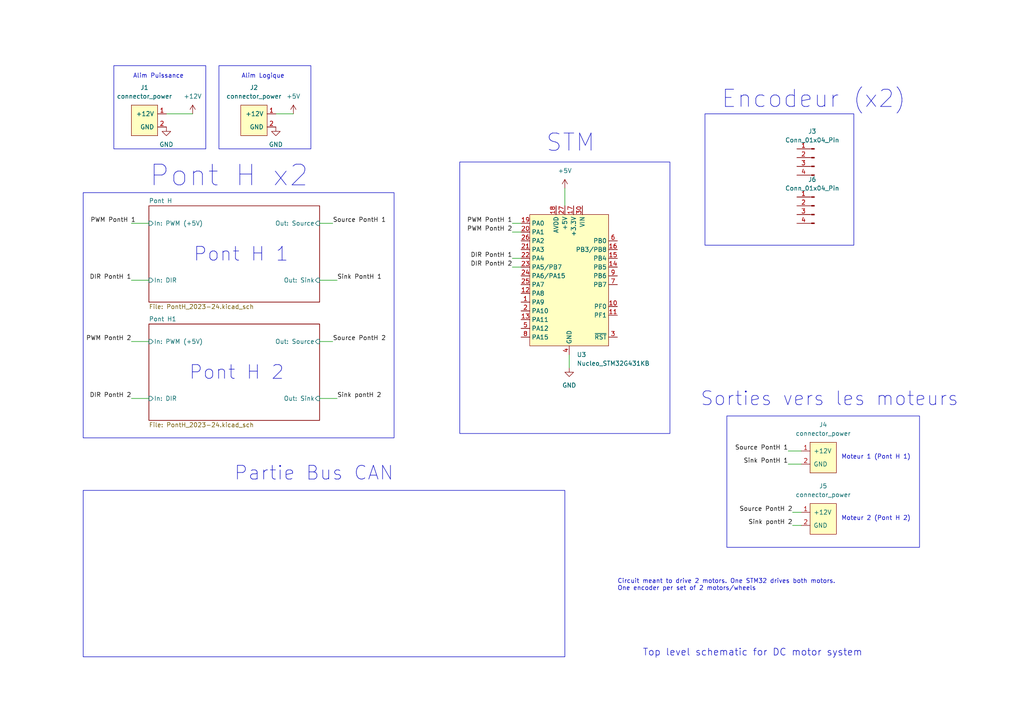
<source format=kicad_sch>
(kicad_sch (version 20230121) (generator eeschema)

  (uuid 497ef58f-61e4-4f30-9044-e9e6fed07dc1)

  (paper "A4")

  (lib_symbols
    (symbol "Connector:Conn_01x04_Pin" (pin_names (offset 1.016) hide) (in_bom yes) (on_board yes)
      (property "Reference" "J" (at 0 5.08 0)
        (effects (font (size 1.27 1.27)))
      )
      (property "Value" "Conn_01x04_Pin" (at 0 -7.62 0)
        (effects (font (size 1.27 1.27)))
      )
      (property "Footprint" "" (at 0 0 0)
        (effects (font (size 1.27 1.27)) hide)
      )
      (property "Datasheet" "~" (at 0 0 0)
        (effects (font (size 1.27 1.27)) hide)
      )
      (property "ki_locked" "" (at 0 0 0)
        (effects (font (size 1.27 1.27)))
      )
      (property "ki_keywords" "connector" (at 0 0 0)
        (effects (font (size 1.27 1.27)) hide)
      )
      (property "ki_description" "Generic connector, single row, 01x04, script generated" (at 0 0 0)
        (effects (font (size 1.27 1.27)) hide)
      )
      (property "ki_fp_filters" "Connector*:*_1x??_*" (at 0 0 0)
        (effects (font (size 1.27 1.27)) hide)
      )
      (symbol "Conn_01x04_Pin_1_1"
        (polyline
          (pts
            (xy 1.27 -5.08)
            (xy 0.8636 -5.08)
          )
          (stroke (width 0.1524) (type default))
          (fill (type none))
        )
        (polyline
          (pts
            (xy 1.27 -2.54)
            (xy 0.8636 -2.54)
          )
          (stroke (width 0.1524) (type default))
          (fill (type none))
        )
        (polyline
          (pts
            (xy 1.27 0)
            (xy 0.8636 0)
          )
          (stroke (width 0.1524) (type default))
          (fill (type none))
        )
        (polyline
          (pts
            (xy 1.27 2.54)
            (xy 0.8636 2.54)
          )
          (stroke (width 0.1524) (type default))
          (fill (type none))
        )
        (rectangle (start 0.8636 -4.953) (end 0 -5.207)
          (stroke (width 0.1524) (type default))
          (fill (type outline))
        )
        (rectangle (start 0.8636 -2.413) (end 0 -2.667)
          (stroke (width 0.1524) (type default))
          (fill (type outline))
        )
        (rectangle (start 0.8636 0.127) (end 0 -0.127)
          (stroke (width 0.1524) (type default))
          (fill (type outline))
        )
        (rectangle (start 0.8636 2.667) (end 0 2.413)
          (stroke (width 0.1524) (type default))
          (fill (type outline))
        )
        (pin passive line (at 5.08 2.54 180) (length 3.81)
          (name "Pin_1" (effects (font (size 1.27 1.27))))
          (number "1" (effects (font (size 1.27 1.27))))
        )
        (pin passive line (at 5.08 0 180) (length 3.81)
          (name "Pin_2" (effects (font (size 1.27 1.27))))
          (number "2" (effects (font (size 1.27 1.27))))
        )
        (pin passive line (at 5.08 -2.54 180) (length 3.81)
          (name "Pin_3" (effects (font (size 1.27 1.27))))
          (number "3" (effects (font (size 1.27 1.27))))
        )
        (pin passive line (at 5.08 -5.08 180) (length 3.81)
          (name "Pin_4" (effects (font (size 1.27 1.27))))
          (number "4" (effects (font (size 1.27 1.27))))
        )
      )
    )
    (symbol "PCM_Robot:Nucleo_STM32G431KB" (in_bom yes) (on_board yes)
      (property "Reference" "U" (at 16.51 21.59 0)
        (effects (font (size 1.27 1.27)))
      )
      (property "Value" "Nucleo_STM32G431KB" (at 22.86 19.05 0)
        (effects (font (size 1.27 1.27)))
      )
      (property "Footprint" "PCM_Robot:Nucleo_STM32G431KB" (at 16.51 21.59 0)
        (effects (font (size 1.27 1.27)) hide)
      )
      (property "Datasheet" "" (at 16.51 21.59 0)
        (effects (font (size 1.27 1.27)) hide)
      )
      (symbol "Nucleo_STM32G431KB_0_1"
        (rectangle (start -11.43 19.05) (end 11.43 -19.05)
          (stroke (width 0) (type default))
          (fill (type background))
        )
      )
      (symbol "Nucleo_STM32G431KB_1_1"
        (pin bidirectional line (at -13.97 -6.35 0) (length 2.54)
          (name "PA9" (effects (font (size 1.27 1.27))))
          (number "1" (effects (font (size 1.27 1.27))))
        )
        (pin bidirectional line (at 13.97 -7.62 180) (length 2.54)
          (name "PF0" (effects (font (size 1.27 1.27))))
          (number "10" (effects (font (size 1.27 1.27))))
        )
        (pin bidirectional line (at 13.97 -10.16 180) (length 2.54)
          (name "PF1" (effects (font (size 1.27 1.27))))
          (number "11" (effects (font (size 1.27 1.27))))
        )
        (pin bidirectional line (at -13.97 -3.81 0) (length 2.54)
          (name "PA8" (effects (font (size 1.27 1.27))))
          (number "12" (effects (font (size 1.27 1.27))))
        )
        (pin bidirectional line (at -13.97 -11.43 0) (length 2.54)
          (name "PA11" (effects (font (size 1.27 1.27))))
          (number "13" (effects (font (size 1.27 1.27))))
        )
        (pin bidirectional line (at 13.97 3.81 180) (length 2.54)
          (name "PB5" (effects (font (size 1.27 1.27))))
          (number "14" (effects (font (size 1.27 1.27))))
        )
        (pin bidirectional line (at 13.97 6.35 180) (length 2.54)
          (name "PB4" (effects (font (size 1.27 1.27))))
          (number "15" (effects (font (size 1.27 1.27))))
        )
        (pin bidirectional line (at 13.97 8.89 180) (length 2.54)
          (name "PB3/PB8" (effects (font (size 1.27 1.27))))
          (number "16" (effects (font (size 1.27 1.27))))
          (alternate "PB3" bidirectional line)
          (alternate "PB8" bidirectional line)
        )
        (pin power_in line (at 1.27 21.59 270) (length 2.54)
          (name "+3.3V" (effects (font (size 1.27 1.27))))
          (number "17" (effects (font (size 1.27 1.27))))
        )
        (pin power_in line (at -3.81 21.59 270) (length 2.54)
          (name "AVDD" (effects (font (size 1.27 1.27))))
          (number "18" (effects (font (size 1.27 1.27))))
        )
        (pin bidirectional line (at -13.97 16.51 0) (length 2.54)
          (name "PA0" (effects (font (size 1.27 1.27))))
          (number "19" (effects (font (size 1.27 1.27))))
        )
        (pin bidirectional line (at -13.97 -8.89 0) (length 2.54)
          (name "PA10" (effects (font (size 1.27 1.27))))
          (number "2" (effects (font (size 1.27 1.27))))
        )
        (pin bidirectional line (at -13.97 13.97 0) (length 2.54)
          (name "PA1" (effects (font (size 1.27 1.27))))
          (number "20" (effects (font (size 1.27 1.27))))
        )
        (pin bidirectional line (at -13.97 8.89 0) (length 2.54)
          (name "PA3" (effects (font (size 1.27 1.27))))
          (number "21" (effects (font (size 1.27 1.27))))
        )
        (pin bidirectional line (at -13.97 6.35 0) (length 2.54)
          (name "PA4" (effects (font (size 1.27 1.27))))
          (number "22" (effects (font (size 1.27 1.27))))
        )
        (pin bidirectional line (at -13.97 3.81 0) (length 2.54)
          (name "PA5/PB7" (effects (font (size 1.27 1.27))))
          (number "23" (effects (font (size 1.27 1.27))))
          (alternate "PA5" bidirectional line)
          (alternate "PB7" bidirectional line)
        )
        (pin bidirectional line (at -13.97 1.27 0) (length 2.54)
          (name "PA6/PA15" (effects (font (size 1.27 1.27))))
          (number "24" (effects (font (size 1.27 1.27))))
        )
        (pin bidirectional line (at -13.97 -1.27 0) (length 2.54)
          (name "PA7" (effects (font (size 1.27 1.27))))
          (number "25" (effects (font (size 1.27 1.27))))
        )
        (pin bidirectional line (at -13.97 11.43 0) (length 2.54)
          (name "PA2" (effects (font (size 1.27 1.27))))
          (number "26" (effects (font (size 1.27 1.27))))
        )
        (pin power_in line (at -1.27 21.59 270) (length 2.54)
          (name "+5V" (effects (font (size 1.27 1.27))))
          (number "27" (effects (font (size 1.27 1.27))))
        )
        (pin passive line (at 13.97 -16.51 180) (length 2.54) hide
          (name "~{RST}" (effects (font (size 1.27 1.27))))
          (number "28" (effects (font (size 1.27 1.27))))
        )
        (pin passive line (at 0 -21.59 90) (length 2.54) hide
          (name "GND" (effects (font (size 1.27 1.27))))
          (number "29" (effects (font (size 1.27 1.27))))
        )
        (pin bidirectional line (at 13.97 -16.51 180) (length 2.54)
          (name "~{RST}" (effects (font (size 1.27 1.27))))
          (number "3" (effects (font (size 1.27 1.27))))
        )
        (pin power_in line (at 3.81 21.59 270) (length 2.54)
          (name "VIN" (effects (font (size 1.27 1.27))))
          (number "30" (effects (font (size 1.27 1.27))))
        )
        (pin power_in line (at 0 -21.59 90) (length 2.54)
          (name "GND" (effects (font (size 1.27 1.27))))
          (number "4" (effects (font (size 1.27 1.27))))
        )
        (pin bidirectional line (at -13.97 -13.97 0) (length 2.54)
          (name "PA12" (effects (font (size 1.27 1.27))))
          (number "5" (effects (font (size 1.27 1.27))))
        )
        (pin bidirectional line (at 13.97 11.43 180) (length 2.54)
          (name "PB0" (effects (font (size 1.27 1.27))))
          (number "6" (effects (font (size 1.27 1.27))))
        )
        (pin bidirectional line (at 13.97 -1.27 180) (length 2.54)
          (name "PB7" (effects (font (size 1.27 1.27))))
          (number "7" (effects (font (size 1.27 1.27))))
        )
        (pin bidirectional line (at -13.97 -16.51 0) (length 2.54)
          (name "PA15" (effects (font (size 1.27 1.27))))
          (number "8" (effects (font (size 1.27 1.27))))
        )
        (pin bidirectional line (at 13.97 1.27 180) (length 2.54)
          (name "PB6" (effects (font (size 1.27 1.27))))
          (number "9" (effects (font (size 1.27 1.27))))
        )
      )
    )
    (symbol "PCM_Robot:connector_power" (pin_names (offset 1)) (in_bom yes) (on_board yes)
      (property "Reference" "J" (at 0 0 0)
        (effects (font (size 1.27 1.27)))
      )
      (property "Value" "connector_power" (at 0 1.905 0)
        (effects (font (size 1.27 1.27)))
      )
      (property "Footprint" "PCM_Robot:WR_TBL_3137_2pins" (at 0 0 0)
        (effects (font (size 1.27 1.27)) hide)
      )
      (property "Datasheet" "" (at 0 0 0)
        (effects (font (size 1.27 1.27)) hide)
      )
      (symbol "connector_power_0_1"
        (rectangle (start -6.35 -1.27) (end 1.27 -10.16)
          (stroke (width 0) (type default))
          (fill (type background))
        )
      )
      (symbol "connector_power_1_1"
        (pin power_out line (at 3.81 -3.81 180) (length 2.54)
          (name "+12V" (effects (font (size 1.27 1.27))))
          (number "1" (effects (font (size 1.27 1.27))))
        )
        (pin power_out line (at 3.81 -7.62 180) (length 2.54)
          (name "GND" (effects (font (size 1.27 1.27))))
          (number "2" (effects (font (size 1.27 1.27))))
        )
      )
    )
    (symbol "power:+12V" (power) (pin_names (offset 0)) (in_bom yes) (on_board yes)
      (property "Reference" "#PWR" (at 0 -3.81 0)
        (effects (font (size 1.27 1.27)) hide)
      )
      (property "Value" "+12V" (at 0 3.556 0)
        (effects (font (size 1.27 1.27)))
      )
      (property "Footprint" "" (at 0 0 0)
        (effects (font (size 1.27 1.27)) hide)
      )
      (property "Datasheet" "" (at 0 0 0)
        (effects (font (size 1.27 1.27)) hide)
      )
      (property "ki_keywords" "global power" (at 0 0 0)
        (effects (font (size 1.27 1.27)) hide)
      )
      (property "ki_description" "Power symbol creates a global label with name \"+12V\"" (at 0 0 0)
        (effects (font (size 1.27 1.27)) hide)
      )
      (symbol "+12V_0_1"
        (polyline
          (pts
            (xy -0.762 1.27)
            (xy 0 2.54)
          )
          (stroke (width 0) (type default))
          (fill (type none))
        )
        (polyline
          (pts
            (xy 0 0)
            (xy 0 2.54)
          )
          (stroke (width 0) (type default))
          (fill (type none))
        )
        (polyline
          (pts
            (xy 0 2.54)
            (xy 0.762 1.27)
          )
          (stroke (width 0) (type default))
          (fill (type none))
        )
      )
      (symbol "+12V_1_1"
        (pin power_in line (at 0 0 90) (length 0) hide
          (name "+12V" (effects (font (size 1.27 1.27))))
          (number "1" (effects (font (size 1.27 1.27))))
        )
      )
    )
    (symbol "power:+5V" (power) (pin_names (offset 0)) (in_bom yes) (on_board yes)
      (property "Reference" "#PWR" (at 0 -3.81 0)
        (effects (font (size 1.27 1.27)) hide)
      )
      (property "Value" "+5V" (at 0 3.556 0)
        (effects (font (size 1.27 1.27)))
      )
      (property "Footprint" "" (at 0 0 0)
        (effects (font (size 1.27 1.27)) hide)
      )
      (property "Datasheet" "" (at 0 0 0)
        (effects (font (size 1.27 1.27)) hide)
      )
      (property "ki_keywords" "global power" (at 0 0 0)
        (effects (font (size 1.27 1.27)) hide)
      )
      (property "ki_description" "Power symbol creates a global label with name \"+5V\"" (at 0 0 0)
        (effects (font (size 1.27 1.27)) hide)
      )
      (symbol "+5V_0_1"
        (polyline
          (pts
            (xy -0.762 1.27)
            (xy 0 2.54)
          )
          (stroke (width 0) (type default))
          (fill (type none))
        )
        (polyline
          (pts
            (xy 0 0)
            (xy 0 2.54)
          )
          (stroke (width 0) (type default))
          (fill (type none))
        )
        (polyline
          (pts
            (xy 0 2.54)
            (xy 0.762 1.27)
          )
          (stroke (width 0) (type default))
          (fill (type none))
        )
      )
      (symbol "+5V_1_1"
        (pin power_in line (at 0 0 90) (length 0) hide
          (name "+5V" (effects (font (size 1.27 1.27))))
          (number "1" (effects (font (size 1.27 1.27))))
        )
      )
    )
    (symbol "power:GND" (power) (pin_names (offset 0)) (in_bom yes) (on_board yes)
      (property "Reference" "#PWR" (at 0 -6.35 0)
        (effects (font (size 1.27 1.27)) hide)
      )
      (property "Value" "GND" (at 0 -3.81 0)
        (effects (font (size 1.27 1.27)))
      )
      (property "Footprint" "" (at 0 0 0)
        (effects (font (size 1.27 1.27)) hide)
      )
      (property "Datasheet" "" (at 0 0 0)
        (effects (font (size 1.27 1.27)) hide)
      )
      (property "ki_keywords" "global power" (at 0 0 0)
        (effects (font (size 1.27 1.27)) hide)
      )
      (property "ki_description" "Power symbol creates a global label with name \"GND\" , ground" (at 0 0 0)
        (effects (font (size 1.27 1.27)) hide)
      )
      (symbol "GND_0_1"
        (polyline
          (pts
            (xy 0 0)
            (xy 0 -1.27)
            (xy 1.27 -1.27)
            (xy 0 -2.54)
            (xy -1.27 -1.27)
            (xy 0 -1.27)
          )
          (stroke (width 0) (type default))
          (fill (type none))
        )
      )
      (symbol "GND_1_1"
        (pin power_in line (at 0 0 270) (length 0) hide
          (name "GND" (effects (font (size 1.27 1.27))))
          (number "1" (effects (font (size 1.27 1.27))))
        )
      )
    )
  )


  (wire (pts (xy 92.71 99.06) (xy 96.52 99.06))
    (stroke (width 0) (type default))
    (uuid 07844075-368b-4fa6-8ef8-d5b2b45eda8b)
  )
  (wire (pts (xy 229.87 148.59) (xy 232.41 148.59))
    (stroke (width 0) (type default))
    (uuid 0d135e8d-71b8-46ab-a2b0-bb2f5c9c9f3a)
  )
  (wire (pts (xy 38.1 81.28) (xy 43.18 81.28))
    (stroke (width 0) (type default))
    (uuid 0f565663-426b-4304-aeb9-7338094142e3)
  )
  (wire (pts (xy 85.09 33.02) (xy 80.01 33.02))
    (stroke (width 0) (type default))
    (uuid 516afebb-29ef-452a-84b8-c823039ddaac)
  )
  (wire (pts (xy 229.87 152.4) (xy 232.41 152.4))
    (stroke (width 0) (type default))
    (uuid 538ed459-1469-4eeb-a502-0624c4f24efd)
  )
  (wire (pts (xy 228.6 134.62) (xy 232.41 134.62))
    (stroke (width 0) (type default))
    (uuid 55979770-4376-4d42-9f14-32764e953a9f)
  )
  (wire (pts (xy 148.59 67.31) (xy 151.13 67.31))
    (stroke (width 0) (type default))
    (uuid 62ea32fd-f8c9-4b33-aa65-24790c7c877f)
  )
  (wire (pts (xy 55.88 33.02) (xy 48.26 33.02))
    (stroke (width 0) (type default))
    (uuid 74d6918d-b1b4-4f00-9795-d10924016895)
  )
  (wire (pts (xy 148.59 74.93) (xy 151.13 74.93))
    (stroke (width 0) (type default))
    (uuid 77ef6651-844c-4e92-9b62-0e5949c01235)
  )
  (wire (pts (xy 92.71 64.77) (xy 96.52 64.77))
    (stroke (width 0) (type default))
    (uuid 79fc5d24-b336-4b6b-8c34-f061c8bdcf3f)
  )
  (wire (pts (xy 148.59 64.77) (xy 151.13 64.77))
    (stroke (width 0) (type default))
    (uuid 9371479d-3961-4c0e-9cef-2a52da8d445f)
  )
  (wire (pts (xy 92.71 115.57) (xy 97.79 115.57))
    (stroke (width 0) (type default))
    (uuid b9aaaf10-b3ae-49e3-a1ef-853fb553716b)
  )
  (wire (pts (xy 148.59 77.47) (xy 151.13 77.47))
    (stroke (width 0) (type default))
    (uuid c5f72e64-19d1-4834-b1db-77bc888758ba)
  )
  (wire (pts (xy 38.1 64.77) (xy 43.18 64.77))
    (stroke (width 0) (type default))
    (uuid c625276b-b663-45d1-a6a5-9becef5215e3)
  )
  (wire (pts (xy 163.83 54.61) (xy 163.83 59.69))
    (stroke (width 0) (type default))
    (uuid ce0e70be-4c23-42d3-b46c-26f4eba142a7)
  )
  (wire (pts (xy 38.1 99.06) (xy 43.18 99.06))
    (stroke (width 0) (type default))
    (uuid ce5dd970-04a6-42b3-abd6-a7318e54a10d)
  )
  (wire (pts (xy 228.6 130.81) (xy 232.41 130.81))
    (stroke (width 0) (type default))
    (uuid e01dcb0b-f138-419f-ade0-dcd8f7810850)
  )
  (wire (pts (xy 165.1 102.87) (xy 165.1 106.68))
    (stroke (width 0) (type default))
    (uuid e0f2b8d6-0f9a-45d2-92b6-3a32d137c313)
  )
  (wire (pts (xy 38.1 115.57) (xy 43.18 115.57))
    (stroke (width 0) (type default))
    (uuid e9402219-41e5-445c-90c9-c6f55b856d73)
  )
  (wire (pts (xy 92.71 81.28) (xy 97.79 81.28))
    (stroke (width 0) (type default))
    (uuid ff9751aa-ef2a-4554-be4f-a5c1eb9b0749)
  )

  (rectangle (start 24.13 55.88) (end 114.3 127)
    (stroke (width 0) (type default))
    (fill (type none))
    (uuid 145358ea-1434-469b-afa7-4cd164d42f1c)
  )
  (rectangle (start 133.35 46.99) (end 194.31 125.73)
    (stroke (width 0) (type default))
    (fill (type none))
    (uuid 31d5a48f-2b6d-4d6a-9c70-b899827b0fcc)
  )
  (rectangle (start 210.82 120.65) (end 266.7 158.75)
    (stroke (width 0) (type default))
    (fill (type none))
    (uuid cf37ab10-ae70-439d-b340-16f7e59cb6b1)
  )
  (rectangle (start 63.5 19.05) (end 90.17 43.18)
    (stroke (width 0) (type default))
    (fill (type none))
    (uuid d0820b52-37ff-4df9-8228-144ba7cbbabb)
  )
  (rectangle (start 24.13 142.24) (end 163.83 190.5)
    (stroke (width 0) (type default))
    (fill (type none))
    (uuid dcb2c25b-bb2e-4946-b932-220ce605f0e7)
  )
  (rectangle (start 204.47 33.02) (end 247.65 71.12)
    (stroke (width 0) (type default))
    (fill (type none))
    (uuid ebfa1fc8-621c-4347-96c2-b5145be855f3)
  )
  (rectangle (start 33.02 19.05) (end 59.69 43.18)
    (stroke (width 0) (type default))
    (fill (type none))
    (uuid f882c055-2ae3-4c44-ae26-f90f3d3370f8)
  )

  (text "STM" (at 172.72 44.45 0)
    (effects (font (size 5 5)) (justify right bottom))
    (uuid 0a2461b3-b78a-4edf-aea1-149d74851046)
  )
  (text "Top level schematic for DC motor system" (at 250.19 190.5 0)
    (effects (font (size 2 2)) (justify right bottom))
    (uuid 1c471e9c-f8e3-4d12-ab72-61d83746cd37)
  )
  (text "Pont H 2" (at 82.55 110.49 0)
    (effects (font (size 4 4)) (justify right bottom))
    (uuid 20fcfba0-7e6a-4552-8195-ece774b53dc2)
  )
  (text "Moteur 2 (Pont H 2)" (at 264.16 151.13 0)
    (effects (font (size 1.27 1.27)) (justify right bottom))
    (uuid 30f0d0fe-f28e-444e-9025-870e3733f812)
  )
  (text "Encodeur (x2)" (at 262.89 31.75 0)
    (effects (font (size 5 5)) (justify right bottom))
    (uuid 314fecee-a8b7-4eea-8f1a-629abc0b6b74)
  )
  (text "Alim Logique" (at 82.55 22.86 0)
    (effects (font (size 1.27 1.27)) (justify right bottom))
    (uuid 319414dc-af0b-41c7-ad27-1ee812fcee87)
  )
  (text "Alim Puissance" (at 53.34 22.86 0)
    (effects (font (size 1.27 1.27)) (justify right bottom))
    (uuid 40ebd0c2-fc2b-45f2-b19e-efd24f50213f)
  )
  (text "Circuit meant to drive 2 motors. One STM32 drives both motors.\nOne encoder per set of 2 motors/wheels"
    (at 179.07 171.45 0)
    (effects (font (size 1.27 1.27)) (justify left bottom))
    (uuid 7fa63f42-a5c4-41c8-b627-c88a92e64e17)
  )
  (text "Pont H 1" (at 83.82 76.2 0)
    (effects (font (size 4 4)) (justify right bottom))
    (uuid a3627c92-a910-4c45-9722-89b4d96de82a)
  )
  (text "Partie Bus CAN" (at 114.3 139.7 0)
    (effects (font (size 4 4)) (justify right bottom))
    (uuid a5d4dec5-e87b-48b1-8468-ae3ee9f2460e)
  )
  (text "Moteur 1 (Pont H 1)" (at 264.16 133.35 0)
    (effects (font (size 1.27 1.27)) (justify right bottom))
    (uuid b8ca7ae8-9bdb-469a-be3b-3045c68c1085)
  )
  (text "Pont H x2\n" (at 43.18 54.61 0)
    (effects (font (size 6 6)) (justify left bottom))
    (uuid bf856e3c-a225-491f-8814-672b9ef6c5a0)
  )
  (text "Sorties vers les moteurs\n" (at 278.13 118.11 0)
    (effects (font (size 4 4)) (justify right bottom))
    (uuid fb70fdb1-3078-420d-b9dc-071bb58ca639)
  )

  (label "PWM PontH 2" (at 38.1 99.06 180) (fields_autoplaced)
    (effects (font (size 1.27 1.27)) (justify right bottom))
    (uuid 1a9017d9-1bc2-4c4d-8054-7eb0effe602a)
  )
  (label "Source PontH 1" (at 96.52 64.77 0) (fields_autoplaced)
    (effects (font (size 1.27 1.27)) (justify left bottom))
    (uuid 22e2251d-31bd-4426-bf80-a7cfb0943982)
  )
  (label "Sink PontH 1" (at 228.6 134.62 180) (fields_autoplaced)
    (effects (font (size 1.27 1.27)) (justify right bottom))
    (uuid 22fe5feb-9010-4213-8a72-561c9739038d)
  )
  (label "DIR PontH 1" (at 148.59 74.93 180) (fields_autoplaced)
    (effects (font (size 1.27 1.27)) (justify right bottom))
    (uuid 32458323-18ee-4ebe-8a7d-5d50c8b09408)
  )
  (label "Source PontH 2" (at 96.52 99.06 0) (fields_autoplaced)
    (effects (font (size 1.27 1.27)) (justify left bottom))
    (uuid 5802e791-a263-4f16-8fa1-4dea40e3334c)
  )
  (label "DIR PontH 1" (at 38.1 81.28 180) (fields_autoplaced)
    (effects (font (size 1.27 1.27)) (justify right bottom))
    (uuid 5c0188ae-a889-4c60-9997-25ff7af154ca)
  )
  (label "DIR PontH 2" (at 38.1 115.57 180) (fields_autoplaced)
    (effects (font (size 1.27 1.27)) (justify right bottom))
    (uuid 65beb072-5ceb-4afd-979c-7e1dd29b35af)
  )
  (label "Sink pontH 2" (at 97.79 115.57 0) (fields_autoplaced)
    (effects (font (size 1.27 1.27)) (justify left bottom))
    (uuid 72770352-b471-4208-88d1-3fc7418938f3)
  )
  (label "PWM PontH 1" (at 148.59 64.77 180) (fields_autoplaced)
    (effects (font (size 1.27 1.27)) (justify right bottom))
    (uuid 8b2bbc5d-6e99-43dd-858b-664b28949e63)
  )
  (label "Sink pontH 2" (at 229.87 152.4 180) (fields_autoplaced)
    (effects (font (size 1.27 1.27)) (justify right bottom))
    (uuid 8fcc9619-6d71-49f4-a1a8-085731c46074)
  )
  (label "DIR PontH 2" (at 148.59 77.47 180) (fields_autoplaced)
    (effects (font (size 1.27 1.27)) (justify right bottom))
    (uuid a1b991f8-8781-48fb-8694-1298bdc2219d)
  )
  (label "Source PontH 1" (at 228.6 130.81 180) (fields_autoplaced)
    (effects (font (size 1.27 1.27)) (justify right bottom))
    (uuid a9da3903-a8dc-4c2f-8d27-4b16d952e69c)
  )
  (label "PWM PontH 1" (at 39.37 64.77 180) (fields_autoplaced)
    (effects (font (size 1.27 1.27)) (justify right bottom))
    (uuid aefadb5f-27fc-41d2-922e-810afdae2c30)
  )
  (label "Sink PontH 1" (at 97.79 81.28 0) (fields_autoplaced)
    (effects (font (size 1.27 1.27)) (justify left bottom))
    (uuid d2b74429-0849-4f94-9fb1-371a6e36003b)
  )
  (label "PWM PontH 2" (at 148.59 67.31 180) (fields_autoplaced)
    (effects (font (size 1.27 1.27)) (justify right bottom))
    (uuid d6d021ad-9598-4c89-a152-e2d001fea89b)
  )
  (label "Source PontH 2" (at 229.87 148.59 180) (fields_autoplaced)
    (effects (font (size 1.27 1.27)) (justify right bottom))
    (uuid ec3ae39c-45cd-4383-87dc-1f58563aaf29)
  )

  (symbol (lib_id "PCM_Robot:connector_power") (at 76.2 29.21 0) (unit 1)
    (in_bom yes) (on_board yes) (dnp no) (fields_autoplaced)
    (uuid 0b85fe9a-d876-408c-a8b9-08260bec268d)
    (property "Reference" "J2" (at 73.66 25.4 0)
      (effects (font (size 1.27 1.27)))
    )
    (property "Value" "connector_power" (at 73.66 27.94 0)
      (effects (font (size 1.27 1.27)))
    )
    (property "Footprint" "PCM_Robot:WR_TBL_3137_2pins" (at 76.2 29.21 0)
      (effects (font (size 1.27 1.27)) hide)
    )
    (property "Datasheet" "" (at 76.2 29.21 0)
      (effects (font (size 1.27 1.27)) hide)
    )
    (pin "1" (uuid 62242679-1ab0-49ad-9cb9-8763e5f25c15))
    (pin "2" (uuid d70e06c4-a78c-46af-bfde-d8a9a59decdd))
    (instances
      (project "Base_Roulante_Top-Level"
        (path "/497ef58f-61e4-4f30-9044-e9e6fed07dc1"
          (reference "J2") (unit 1)
        )
      )
    )
  )

  (symbol (lib_id "Connector:Conn_01x04_Pin") (at 236.22 45.72 0) (mirror y) (unit 1)
    (in_bom yes) (on_board yes) (dnp no) (fields_autoplaced)
    (uuid 129d8cce-271e-47e2-871e-6698be7c4655)
    (property "Reference" "J3" (at 235.585 38.1 0)
      (effects (font (size 1.27 1.27)))
    )
    (property "Value" "Conn_01x04_Pin" (at 235.585 40.64 0)
      (effects (font (size 1.27 1.27)))
    )
    (property "Footprint" "" (at 236.22 45.72 0)
      (effects (font (size 1.27 1.27)) hide)
    )
    (property "Datasheet" "~" (at 236.22 45.72 0)
      (effects (font (size 1.27 1.27)) hide)
    )
    (pin "1" (uuid e9c1f1cd-2ec5-4066-a8a1-cdc9e9ffdfb1))
    (pin "2" (uuid f0ecd05a-40bd-4556-9903-d763b3635263))
    (pin "3" (uuid 7c444ef8-7967-4a19-80e3-8c6263c61318))
    (pin "4" (uuid 351e2fe9-45d7-4994-8549-7ec9cd128212))
    (instances
      (project "Base_Roulante_Top-Level"
        (path "/497ef58f-61e4-4f30-9044-e9e6fed07dc1"
          (reference "J3") (unit 1)
        )
      )
    )
  )

  (symbol (lib_id "PCM_Robot:connector_power") (at 236.22 127 0) (mirror y) (unit 1)
    (in_bom yes) (on_board yes) (dnp no) (fields_autoplaced)
    (uuid 1906e206-84ce-4a16-bbce-bbe20a17956f)
    (property "Reference" "J4" (at 238.76 123.19 0)
      (effects (font (size 1.27 1.27)))
    )
    (property "Value" "connector_power" (at 238.76 125.73 0)
      (effects (font (size 1.27 1.27)))
    )
    (property "Footprint" "PCM_Robot:WR_TBL_3137_2pins" (at 236.22 127 0)
      (effects (font (size 1.27 1.27)) hide)
    )
    (property "Datasheet" "" (at 236.22 127 0)
      (effects (font (size 1.27 1.27)) hide)
    )
    (pin "1" (uuid aa571054-5745-42ab-900a-ac7dbb226128))
    (pin "2" (uuid 4bafb6c1-b087-4a38-ae5f-5520f0bc9733))
    (instances
      (project "Base_Roulante_Top-Level"
        (path "/497ef58f-61e4-4f30-9044-e9e6fed07dc1"
          (reference "J4") (unit 1)
        )
      )
    )
  )

  (symbol (lib_id "power:+12V") (at 55.88 33.02 0) (unit 1)
    (in_bom yes) (on_board yes) (dnp no) (fields_autoplaced)
    (uuid 33bf874a-c832-40cf-90f0-37dca372ca26)
    (property "Reference" "#PWR02" (at 55.88 36.83 0)
      (effects (font (size 1.27 1.27)) hide)
    )
    (property "Value" "+12V" (at 55.88 27.94 0)
      (effects (font (size 1.27 1.27)))
    )
    (property "Footprint" "" (at 55.88 33.02 0)
      (effects (font (size 1.27 1.27)) hide)
    )
    (property "Datasheet" "" (at 55.88 33.02 0)
      (effects (font (size 1.27 1.27)) hide)
    )
    (pin "1" (uuid dc094a55-0eac-4b8b-b35b-7dd37665ad91))
    (instances
      (project "Base_Roulante_Top-Level"
        (path "/497ef58f-61e4-4f30-9044-e9e6fed07dc1"
          (reference "#PWR02") (unit 1)
        )
      )
    )
  )

  (symbol (lib_id "power:+5V") (at 163.83 54.61 0) (unit 1)
    (in_bom yes) (on_board yes) (dnp no) (fields_autoplaced)
    (uuid 6a7a8f3c-6d71-4458-a6f9-3d18c1bbd46f)
    (property "Reference" "#PWR013" (at 163.83 58.42 0)
      (effects (font (size 1.27 1.27)) hide)
    )
    (property "Value" "+5V" (at 163.83 49.53 0)
      (effects (font (size 1.27 1.27)))
    )
    (property "Footprint" "" (at 163.83 54.61 0)
      (effects (font (size 1.27 1.27)) hide)
    )
    (property "Datasheet" "" (at 163.83 54.61 0)
      (effects (font (size 1.27 1.27)) hide)
    )
    (pin "1" (uuid cfbdd17e-a2ee-4fa5-acb7-d8fab9b7ac4e))
    (instances
      (project "Base_Roulante_Top-Level"
        (path "/497ef58f-61e4-4f30-9044-e9e6fed07dc1"
          (reference "#PWR013") (unit 1)
        )
      )
    )
  )

  (symbol (lib_id "power:GND") (at 48.26 36.83 0) (unit 1)
    (in_bom yes) (on_board yes) (dnp no) (fields_autoplaced)
    (uuid 72b8761d-91ad-4a5c-8762-b6b466ed6baa)
    (property "Reference" "#PWR04" (at 48.26 43.18 0)
      (effects (font (size 1.27 1.27)) hide)
    )
    (property "Value" "GND" (at 48.26 41.91 0)
      (effects (font (size 1.27 1.27)))
    )
    (property "Footprint" "" (at 48.26 36.83 0)
      (effects (font (size 1.27 1.27)) hide)
    )
    (property "Datasheet" "" (at 48.26 36.83 0)
      (effects (font (size 1.27 1.27)) hide)
    )
    (pin "1" (uuid 63319738-b76b-41c4-b707-ac199a787092))
    (instances
      (project "Base_Roulante_Top-Level"
        (path "/497ef58f-61e4-4f30-9044-e9e6fed07dc1"
          (reference "#PWR04") (unit 1)
        )
      )
    )
  )

  (symbol (lib_id "PCM_Robot:connector_power") (at 44.45 29.21 0) (unit 1)
    (in_bom yes) (on_board yes) (dnp no) (fields_autoplaced)
    (uuid 7472cb12-aefc-4a9d-86bd-186d18840203)
    (property "Reference" "J1" (at 41.91 25.4 0)
      (effects (font (size 1.27 1.27)))
    )
    (property "Value" "connector_power" (at 41.91 27.94 0)
      (effects (font (size 1.27 1.27)))
    )
    (property "Footprint" "PCM_Robot:WR_TBL_3137_2pins" (at 44.45 29.21 0)
      (effects (font (size 1.27 1.27)) hide)
    )
    (property "Datasheet" "" (at 44.45 29.21 0)
      (effects (font (size 1.27 1.27)) hide)
    )
    (pin "1" (uuid 44b9ea74-5a48-42ff-9bdc-c3db4c18c7e5))
    (pin "2" (uuid b22118d4-1f3c-486e-bc9d-017f7221480a))
    (instances
      (project "Base_Roulante_Top-Level"
        (path "/497ef58f-61e4-4f30-9044-e9e6fed07dc1"
          (reference "J1") (unit 1)
        )
      )
    )
  )

  (symbol (lib_id "PCM_Robot:Nucleo_STM32G431KB") (at 165.1 81.28 0) (unit 1)
    (in_bom yes) (on_board yes) (dnp no) (fields_autoplaced)
    (uuid 94762612-1b3d-419c-9ea2-7669d41801db)
    (property "Reference" "U3" (at 167.2941 102.87 0)
      (effects (font (size 1.27 1.27)) (justify left))
    )
    (property "Value" "Nucleo_STM32G431KB" (at 167.2941 105.41 0)
      (effects (font (size 1.27 1.27)) (justify left))
    )
    (property "Footprint" "PCM_Robot:Nucleo_STM32G431KB" (at 181.61 59.69 0)
      (effects (font (size 1.27 1.27)) hide)
    )
    (property "Datasheet" "" (at 181.61 59.69 0)
      (effects (font (size 1.27 1.27)) hide)
    )
    (pin "1" (uuid 33a1fb7a-ab05-4c57-af2f-dfed05103c08))
    (pin "10" (uuid 1ca610e5-467d-40c7-aaaa-5a4c9b2d32e3))
    (pin "11" (uuid 3f055c61-1d36-4b7e-a558-8c71c13eb34c))
    (pin "12" (uuid 888e2a11-8220-4dd3-b1a6-ad8ad84b31c6))
    (pin "13" (uuid b4844ee3-303d-4286-9550-c561543dea1c))
    (pin "14" (uuid 9bf78175-860f-46b7-a5ae-8da65f1ebaac))
    (pin "15" (uuid b0f0b38d-ab71-41ab-af03-2162f1c1a612))
    (pin "16" (uuid a85050fe-9bc2-45d6-ba93-7937340836ba))
    (pin "17" (uuid 2b3b6b9e-1a3f-41b5-abad-6a960bc4b266))
    (pin "18" (uuid 695a1fed-22b0-4478-a704-a6c869aa96da))
    (pin "19" (uuid 06a373ce-7b8c-4ecb-8d60-aa6986aa0e82))
    (pin "2" (uuid d0e33990-4921-476f-9d7d-93c712c7ec0a))
    (pin "20" (uuid 86f84c35-703e-4b2f-829e-7edcd13f3a24))
    (pin "21" (uuid a9a5aaaa-a4bd-4581-92e5-fe9e593290e3))
    (pin "22" (uuid a1669a8a-a0dd-4eb9-964c-71e841fc5ab2))
    (pin "23" (uuid 4006d877-a2d0-4c9b-8814-186d4eda85f0))
    (pin "24" (uuid d2e0cc96-a275-483e-b8bd-18a25c54c455))
    (pin "25" (uuid c8990f47-cce2-4126-8d09-b785a61c4c1d))
    (pin "26" (uuid 9fc5ed6d-dfd4-4a68-9045-afa28e9007ec))
    (pin "27" (uuid 29150212-9b6c-411f-91e0-54d3ac4ffeaf))
    (pin "28" (uuid 61c8f836-1e3d-4270-9672-7a1e3b7c3311))
    (pin "29" (uuid 5cc61f0b-8202-4198-9bdd-24778bb7f553))
    (pin "3" (uuid 0ea20c0c-0c8e-450c-b666-51cc8eb3b3d1))
    (pin "30" (uuid 80f51a19-272a-4c2b-9f49-16a2d6efda88))
    (pin "4" (uuid 2e4bcc05-0bc5-4b6c-816b-5247aaa88ff4))
    (pin "5" (uuid b0e6df17-1b56-4e72-b4b2-ac72e1966a1a))
    (pin "6" (uuid 2ac9d188-36e9-411e-b964-63163da47100))
    (pin "7" (uuid 1dcc8dfc-6f88-41cf-a521-6e89d29c678e))
    (pin "8" (uuid cde5bf34-d884-44d8-b997-bf320e6e8bca))
    (pin "9" (uuid cdbb6584-15bc-4ffe-9b84-090d3a16e8a9))
    (instances
      (project "Base_Roulante_Top-Level"
        (path "/497ef58f-61e4-4f30-9044-e9e6fed07dc1"
          (reference "U3") (unit 1)
        )
      )
    )
  )

  (symbol (lib_id "Connector:Conn_01x04_Pin") (at 236.22 59.69 0) (mirror y) (unit 1)
    (in_bom yes) (on_board yes) (dnp no) (fields_autoplaced)
    (uuid 98a32eb2-ab5c-448c-bfdb-c2324b924186)
    (property "Reference" "J6" (at 235.585 52.07 0)
      (effects (font (size 1.27 1.27)))
    )
    (property "Value" "Conn_01x04_Pin" (at 235.585 54.61 0)
      (effects (font (size 1.27 1.27)))
    )
    (property "Footprint" "" (at 236.22 59.69 0)
      (effects (font (size 1.27 1.27)) hide)
    )
    (property "Datasheet" "~" (at 236.22 59.69 0)
      (effects (font (size 1.27 1.27)) hide)
    )
    (pin "1" (uuid 72c577cc-8906-4bd5-9ec4-9a5e7b935cc2))
    (pin "2" (uuid 97327806-3c0e-461a-a7e1-4ee6ebaed973))
    (pin "3" (uuid d618ebb9-bbb6-471b-bd57-15ce8a649ee2))
    (pin "4" (uuid d6f45285-71a6-49f4-a52e-3ffed022aae1))
    (instances
      (project "Base_Roulante_Top-Level"
        (path "/497ef58f-61e4-4f30-9044-e9e6fed07dc1"
          (reference "J6") (unit 1)
        )
      )
    )
  )

  (symbol (lib_id "power:GND") (at 165.1 106.68 0) (unit 1)
    (in_bom yes) (on_board yes) (dnp no) (fields_autoplaced)
    (uuid 9c13f5b4-3e42-4294-ad77-8fa101cde3a7)
    (property "Reference" "#PWR014" (at 165.1 113.03 0)
      (effects (font (size 1.27 1.27)) hide)
    )
    (property "Value" "GND" (at 165.1 111.76 0)
      (effects (font (size 1.27 1.27)))
    )
    (property "Footprint" "" (at 165.1 106.68 0)
      (effects (font (size 1.27 1.27)) hide)
    )
    (property "Datasheet" "" (at 165.1 106.68 0)
      (effects (font (size 1.27 1.27)) hide)
    )
    (pin "1" (uuid 8adb74b9-8f34-42ae-9b7c-358abe16c7c2))
    (instances
      (project "Base_Roulante_Top-Level"
        (path "/497ef58f-61e4-4f30-9044-e9e6fed07dc1"
          (reference "#PWR014") (unit 1)
        )
      )
    )
  )

  (symbol (lib_id "power:+5V") (at 85.09 33.02 0) (unit 1)
    (in_bom yes) (on_board yes) (dnp no) (fields_autoplaced)
    (uuid af6bec37-5fb9-4fb4-bdb2-44bc0899d3e7)
    (property "Reference" "#PWR01" (at 85.09 36.83 0)
      (effects (font (size 1.27 1.27)) hide)
    )
    (property "Value" "+5V" (at 85.09 27.94 0)
      (effects (font (size 1.27 1.27)))
    )
    (property "Footprint" "" (at 85.09 33.02 0)
      (effects (font (size 1.27 1.27)) hide)
    )
    (property "Datasheet" "" (at 85.09 33.02 0)
      (effects (font (size 1.27 1.27)) hide)
    )
    (pin "1" (uuid 3a1b1e76-bea9-4242-9b90-d4f0a2dcf72a))
    (instances
      (project "Base_Roulante_Top-Level"
        (path "/497ef58f-61e4-4f30-9044-e9e6fed07dc1"
          (reference "#PWR01") (unit 1)
        )
      )
    )
  )

  (symbol (lib_id "power:GND") (at 80.01 36.83 0) (unit 1)
    (in_bom yes) (on_board yes) (dnp no) (fields_autoplaced)
    (uuid d245f97d-50ff-4275-ab20-c07cc2d76b46)
    (property "Reference" "#PWR03" (at 80.01 43.18 0)
      (effects (font (size 1.27 1.27)) hide)
    )
    (property "Value" "GND" (at 80.01 41.91 0)
      (effects (font (size 1.27 1.27)))
    )
    (property "Footprint" "" (at 80.01 36.83 0)
      (effects (font (size 1.27 1.27)) hide)
    )
    (property "Datasheet" "" (at 80.01 36.83 0)
      (effects (font (size 1.27 1.27)) hide)
    )
    (pin "1" (uuid 568f9c1c-d6bb-474f-afe0-dbdf572177d0))
    (instances
      (project "Base_Roulante_Top-Level"
        (path "/497ef58f-61e4-4f30-9044-e9e6fed07dc1"
          (reference "#PWR03") (unit 1)
        )
      )
    )
  )

  (symbol (lib_id "PCM_Robot:connector_power") (at 236.22 144.78 0) (mirror y) (unit 1)
    (in_bom yes) (on_board yes) (dnp no) (fields_autoplaced)
    (uuid da04f085-4341-4b80-96d0-99181a7743ec)
    (property "Reference" "J5" (at 238.76 140.97 0)
      (effects (font (size 1.27 1.27)))
    )
    (property "Value" "connector_power" (at 238.76 143.51 0)
      (effects (font (size 1.27 1.27)))
    )
    (property "Footprint" "PCM_Robot:WR_TBL_3137_2pins" (at 236.22 144.78 0)
      (effects (font (size 1.27 1.27)) hide)
    )
    (property "Datasheet" "" (at 236.22 144.78 0)
      (effects (font (size 1.27 1.27)) hide)
    )
    (pin "1" (uuid fb0f7a84-67d7-416f-befc-4dace9b6fa39))
    (pin "2" (uuid 170908d4-bc30-4426-a436-89235b7db5a7))
    (instances
      (project "Base_Roulante_Top-Level"
        (path "/497ef58f-61e4-4f30-9044-e9e6fed07dc1"
          (reference "J5") (unit 1)
        )
      )
    )
  )

  (sheet (at 43.18 93.98) (size 49.53 27.94) (fields_autoplaced)
    (stroke (width 0.1524) (type solid))
    (fill (color 0 0 0 0.0000))
    (uuid 84d2a3d1-cd7b-4594-80b7-1bbe9699a9fa)
    (property "Sheetname" "Pont H1" (at 43.18 93.2684 0)
      (effects (font (size 1.27 1.27)) (justify left bottom))
    )
    (property "Sheetfile" "PontH_2023-24.kicad_sch" (at 43.18 122.5046 0)
      (effects (font (size 1.27 1.27)) (justify left top))
    )
    (pin "Out: Source" input (at 92.71 99.06 0)
      (effects (font (size 1.27 1.27)) (justify right))
      (uuid 3f3ba3c7-a5cd-46f2-b6ca-52b8640192c5)
    )
    (pin "Out: Sink" input (at 92.71 115.57 0)
      (effects (font (size 1.27 1.27)) (justify right))
      (uuid 8ebd5b81-e4de-4e95-8d81-fa58e17bbdac)
    )
    (pin "In: PWM (+5V)" input (at 43.18 99.06 180)
      (effects (font (size 1.27 1.27)) (justify left))
      (uuid 47b613cb-8f72-4c08-9857-933918fac01d)
    )
    (pin "In: DIR" input (at 43.18 115.57 180)
      (effects (font (size 1.27 1.27)) (justify left))
      (uuid 720ee179-3421-40ea-93ef-27c9bf19607f)
    )
    (instances
      (project "Base_Roulante_Top-Level"
        (path "/497ef58f-61e4-4f30-9044-e9e6fed07dc1" (page "3"))
      )
    )
  )

  (sheet (at 43.18 59.69) (size 49.53 27.94) (fields_autoplaced)
    (stroke (width 0.1524) (type solid))
    (fill (color 0 0 0 0.0000))
    (uuid a7f4386d-ed4a-4ed6-a5b7-f62a4d094332)
    (property "Sheetname" "Pont H" (at 43.18 58.9784 0)
      (effects (font (size 1.27 1.27)) (justify left bottom))
    )
    (property "Sheetfile" "PontH_2023-24.kicad_sch" (at 43.18 88.2146 0)
      (effects (font (size 1.27 1.27)) (justify left top))
    )
    (pin "Out: Source" input (at 92.71 64.77 0)
      (effects (font (size 1.27 1.27)) (justify right))
      (uuid b41b6d22-050d-4159-9522-b984150bcade)
    )
    (pin "Out: Sink" input (at 92.71 81.28 0)
      (effects (font (size 1.27 1.27)) (justify right))
      (uuid c45453d1-a4e9-4229-a3b9-7d095de37b63)
    )
    (pin "In: PWM (+5V)" input (at 43.18 64.77 180)
      (effects (font (size 1.27 1.27)) (justify left))
      (uuid 974065e4-f495-46e8-a6ea-e2222948543d)
    )
    (pin "In: DIR" input (at 43.18 81.28 180)
      (effects (font (size 1.27 1.27)) (justify left))
      (uuid dc5a604e-5c28-4999-ad62-001f270f6491)
    )
    (instances
      (project "Base_Roulante_Top-Level"
        (path "/497ef58f-61e4-4f30-9044-e9e6fed07dc1" (page "2"))
      )
    )
  )

  (sheet_instances
    (path "/" (page "1"))
  )
)

</source>
